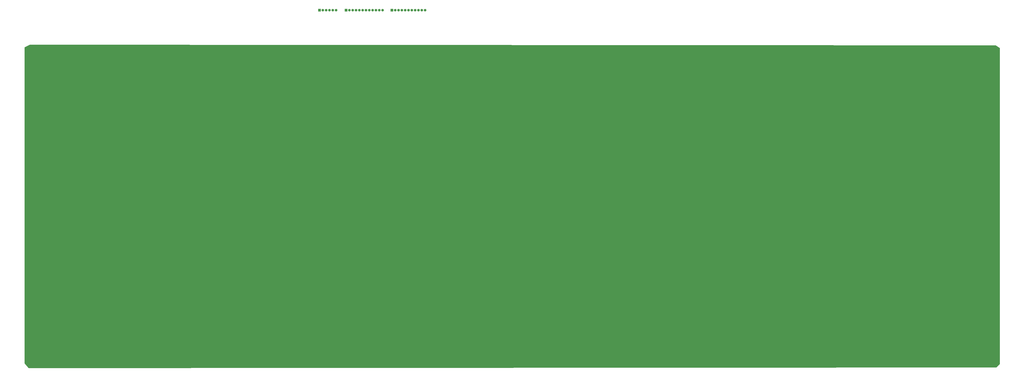
<source format=gbr>
%TF.GenerationSoftware,KiCad,Pcbnew,(6.0.11)*%
%TF.CreationDate,2023-11-05T18:47:01-08:00*%
%TF.ProjectId,keyboard,6b657962-6f61-4726-942e-6b696361645f,rev?*%
%TF.SameCoordinates,Original*%
%TF.FileFunction,Soldermask,Top*%
%TF.FilePolarity,Negative*%
%FSLAX46Y46*%
G04 Gerber Fmt 4.6, Leading zero omitted, Abs format (unit mm)*
G04 Created by KiCad (PCBNEW (6.0.11)) date 2023-11-05 18:47:01*
%MOMM*%
%LPD*%
G01*
G04 APERTURE LIST*
%ADD10C,0.100000*%
%ADD11R,1.000000X1.000000*%
%ADD12O,1.000000X1.000000*%
G04 APERTURE END LIST*
D10*
G36*
X391922000Y-80772000D02*
G01*
X393446000Y-81788000D01*
X393446000Y-202692000D01*
X392176000Y-203962000D01*
X22098000Y-204216000D01*
X20574000Y-202438000D01*
X20574000Y-81534000D01*
X22606000Y-80518000D01*
X391922000Y-80772000D01*
G37*
X391922000Y-80772000D02*
X393446000Y-81788000D01*
X393446000Y-202692000D01*
X392176000Y-203962000D01*
X22098000Y-204216000D01*
X20574000Y-202438000D01*
X20574000Y-81534000D01*
X22606000Y-80518000D01*
X391922000Y-80772000D01*
D11*
%TO.C,REF\u002A\u002A*%
X133350000Y-67310000D03*
D12*
X134620000Y-67310000D03*
X135890000Y-67310000D03*
X137160000Y-67310000D03*
X138430000Y-67310000D03*
X139700000Y-67310000D03*
%TD*%
D11*
%TO.C,REF\u002A\u002A*%
X143510000Y-67310000D03*
D12*
X144780000Y-67310000D03*
X146050000Y-67310000D03*
X147320000Y-67310000D03*
X148590000Y-67310000D03*
X149860000Y-67310000D03*
X151130000Y-67310000D03*
X152400000Y-67310000D03*
X153670000Y-67310000D03*
X154940000Y-67310000D03*
X156210000Y-67310000D03*
X157480000Y-67310000D03*
%TD*%
D11*
%TO.C,REF\u002A\u002A*%
X161036000Y-67310000D03*
D12*
X162306000Y-67310000D03*
X163576000Y-67310000D03*
X164846000Y-67310000D03*
X166116000Y-67310000D03*
X167386000Y-67310000D03*
X168656000Y-67310000D03*
X169926000Y-67310000D03*
X171196000Y-67310000D03*
X172466000Y-67310000D03*
X173736000Y-67310000D03*
%TD*%
M02*

</source>
